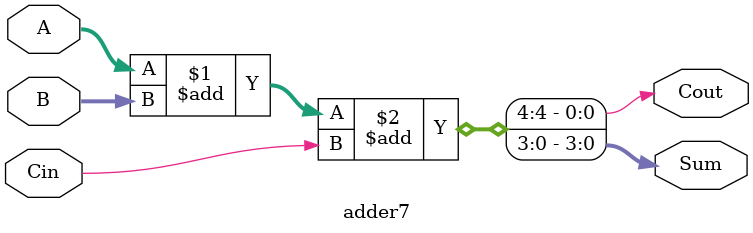
<source format=v>
module adder7(A, B, Sum, Cin, Cout);

    input [3:0] A,B;
    output [3:0] Sum;
    input Cin;
    output Cout;

assign {Cout,Sum} = A + B + Cin;

endmodule

</source>
